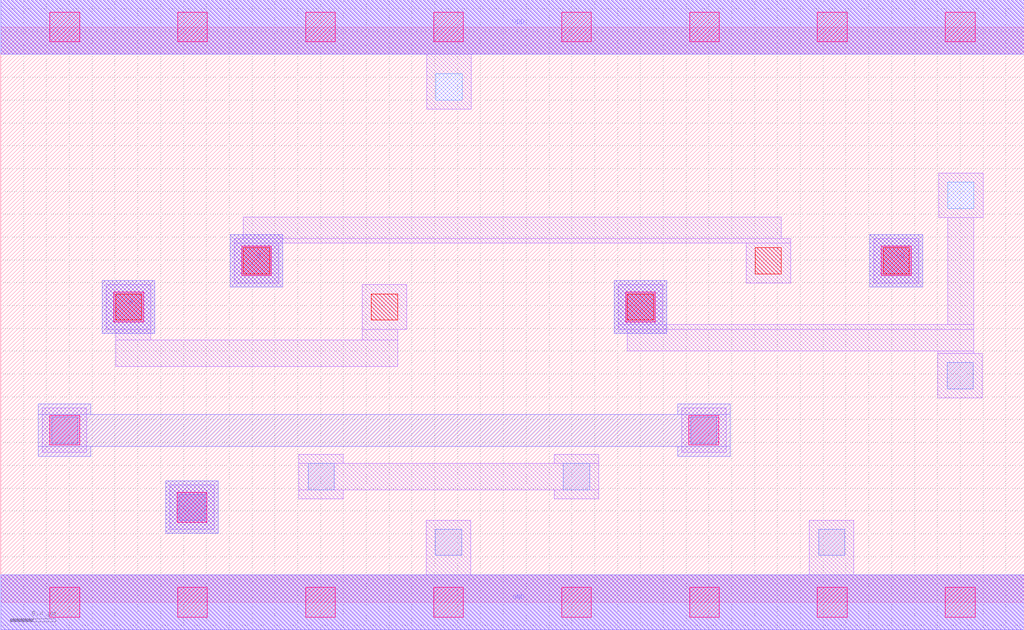
<source format=lef>
MACRO ASYNC3
 CLASS CORE ;
 FOREIGN ASYNC3 0 0 ;
 SIZE 8.96 BY 5.04 ;
 ORIGIN 0 0 ;
 SYMMETRY X Y R90 ;
 SITE unit ;
  PIN VDD
   DIRECTION INOUT ;
   USE POWER ;
   SHAPE ABUTMENT ;
    PORT
     CLASS CORE ;
       LAYER met1 ;
        RECT 0.00000000 4.80000000 8.96000000 5.28000000 ;
       LAYER met2 ;
        RECT 0.00000000 4.80000000 8.96000000 5.28000000 ;
    END
  END VDD

  PIN GND
   DIRECTION INOUT ;
   USE POWER ;
   SHAPE ABUTMENT ;
    PORT
     CLASS CORE ;
       LAYER met1 ;
        RECT 0.00000000 -0.24000000 8.96000000 0.24000000 ;
       LAYER met2 ;
        RECT 0.00000000 -0.24000000 8.96000000 0.24000000 ;
    END
  END GND

  PIN CN
   DIRECTION INOUT ;
   USE SIGNAL ;
   SHAPE ABUTMENT ;
    PORT
     CLASS CORE ;
       LAYER met2 ;
        RECT 1.44500000 0.60200000 1.90500000 1.06200000 ;
       LAYER met2 ;
        RECT 7.61000000 2.76200000 8.07000000 3.22200000 ;
    END
  END CN

  PIN C
   DIRECTION INOUT ;
   USE SIGNAL ;
   SHAPE ABUTMENT ;
    PORT
     CLASS CORE ;
       LAYER met2 ;
        RECT 5.37000000 2.35700000 5.83000000 2.81700000 ;
    END
  END C

  PIN A
   DIRECTION INOUT ;
   USE SIGNAL ;
   SHAPE ABUTMENT ;
    PORT
     CLASS CORE ;
       LAYER met2 ;
        RECT 0.89000000 2.35700000 1.35000000 2.81700000 ;
    END
  END A

  PIN B
   DIRECTION INOUT ;
   USE SIGNAL ;
   SHAPE ABUTMENT ;
    PORT
     CLASS CORE ;
       LAYER met2 ;
        RECT 2.01000000 2.76200000 2.47000000 3.22200000 ;
    END
  END B

 OBS
    LAYER polycont ;
     RECT 1.00500000 2.47200000 1.23500000 2.70200000 ;
     RECT 3.24500000 2.47200000 3.47500000 2.70200000 ;
     RECT 5.48500000 2.47200000 5.71500000 2.70200000 ;
     RECT 2.12500000 2.87700000 2.35500000 3.10700000 ;
     RECT 6.60500000 2.87700000 6.83500000 3.10700000 ;
     RECT 7.72500000 2.87700000 7.95500000 3.10700000 ;

    LAYER pdiffc ;
     RECT 8.29000000 3.45000000 8.52000000 3.68000000 ;
     RECT 3.81000000 4.40000000 4.04000000 4.63000000 ;

    LAYER ndiffc ;
     RECT 3.80500000 0.41000000 4.03500000 0.64000000 ;
     RECT 7.16000000 0.41000000 7.39000000 0.64000000 ;
     RECT 1.56000000 0.71700000 1.79000000 0.94700000 ;
     RECT 2.69000000 0.98700000 2.92000000 1.21700000 ;
     RECT 4.92500000 0.98700000 5.15500000 1.21700000 ;
     RECT 0.44500000 1.39200000 0.67500000 1.62200000 ;
     RECT 6.04000000 1.39200000 6.27000000 1.62200000 ;
     RECT 8.28500000 1.87000000 8.51500000 2.10000000 ;

    LAYER met1 ;
     RECT 0.00000000 -0.24000000 8.96000000 0.24000000 ;
     RECT 3.72500000 0.24000000 4.11500000 0.72000000 ;
     RECT 7.08000000 0.24000000 7.47000000 0.72000000 ;
     RECT 1.48000000 0.63700000 1.87000000 1.02700000 ;
     RECT 2.61000000 0.90700000 3.00000000 0.98700000 ;
     RECT 4.84500000 0.90700000 5.23500000 0.98700000 ;
     RECT 2.61000000 0.98700000 5.23500000 1.21700000 ;
     RECT 2.61000000 1.21700000 3.00000000 1.29700000 ;
     RECT 4.84500000 1.21700000 5.23500000 1.29700000 ;
     RECT 0.36500000 1.31200000 0.75500000 1.70200000 ;
     RECT 5.96000000 1.31200000 6.35000000 1.70200000 ;
     RECT 1.00500000 2.06700000 3.47500000 2.29700000 ;
     RECT 1.00500000 2.29700000 1.31500000 2.39200000 ;
     RECT 3.16500000 2.29700000 3.47500000 2.39200000 ;
     RECT 0.92500000 2.39200000 1.31500000 2.78200000 ;
     RECT 3.16500000 2.39200000 3.55500000 2.78200000 ;
     RECT 7.64500000 2.79700000 8.03500000 3.18700000 ;
     RECT 2.04500000 2.79700000 2.43500000 3.14700000 ;
     RECT 6.52500000 2.79700000 6.91500000 3.14700000 ;
     RECT 2.04500000 3.14700000 6.91500000 3.18700000 ;
     RECT 2.12500000 3.18700000 6.83500000 3.37700000 ;
     RECT 8.20500000 1.79000000 8.59500000 2.18000000 ;
     RECT 8.20500000 2.18000000 8.52000000 2.20200000 ;
     RECT 5.48500000 2.20200000 8.52000000 2.39200000 ;
     RECT 5.40500000 2.39200000 8.52000000 2.43200000 ;
     RECT 5.40500000 2.43200000 5.79500000 2.78200000 ;
     RECT 8.29000000 2.43200000 8.52000000 3.37000000 ;
     RECT 8.21000000 3.37000000 8.60000000 3.76000000 ;
     RECT 3.73000000 4.32000000 4.12000000 4.80000000 ;
     RECT 0.00000000 4.80000000 8.96000000 5.28000000 ;

    LAYER via1 ;
     RECT 0.43000000 -0.13000000 0.69000000 0.13000000 ;
     RECT 1.55000000 -0.13000000 1.81000000 0.13000000 ;
     RECT 2.67000000 -0.13000000 2.93000000 0.13000000 ;
     RECT 3.79000000 -0.13000000 4.05000000 0.13000000 ;
     RECT 4.91000000 -0.13000000 5.17000000 0.13000000 ;
     RECT 6.03000000 -0.13000000 6.29000000 0.13000000 ;
     RECT 7.15000000 -0.13000000 7.41000000 0.13000000 ;
     RECT 8.27000000 -0.13000000 8.53000000 0.13000000 ;
     RECT 1.54500000 0.70200000 1.80500000 0.96200000 ;
     RECT 0.43000000 1.37700000 0.69000000 1.63700000 ;
     RECT 6.02500000 1.37700000 6.28500000 1.63700000 ;
     RECT 0.99000000 2.45700000 1.25000000 2.71700000 ;
     RECT 5.47000000 2.45700000 5.73000000 2.71700000 ;
     RECT 2.11000000 2.86200000 2.37000000 3.12200000 ;
     RECT 7.71000000 2.86200000 7.97000000 3.12200000 ;
     RECT 0.43000000 4.91000000 0.69000000 5.17000000 ;
     RECT 1.55000000 4.91000000 1.81000000 5.17000000 ;
     RECT 2.67000000 4.91000000 2.93000000 5.17000000 ;
     RECT 3.79000000 4.91000000 4.05000000 5.17000000 ;
     RECT 4.91000000 4.91000000 5.17000000 5.17000000 ;
     RECT 6.03000000 4.91000000 6.29000000 5.17000000 ;
     RECT 7.15000000 4.91000000 7.41000000 5.17000000 ;
     RECT 8.27000000 4.91000000 8.53000000 5.17000000 ;

    LAYER met2 ;
     RECT 0.00000000 -0.24000000 8.96000000 0.24000000 ;
     RECT 1.44500000 0.60200000 1.90500000 1.06200000 ;
     RECT 0.33000000 1.27700000 0.79000000 1.36700000 ;
     RECT 5.92500000 1.27700000 6.38500000 1.36700000 ;
     RECT 0.33000000 1.36700000 6.38500000 1.64700000 ;
     RECT 0.33000000 1.64700000 0.79000000 1.73700000 ;
     RECT 5.92500000 1.64700000 6.38500000 1.73700000 ;
     RECT 0.89000000 2.35700000 1.35000000 2.81700000 ;
     RECT 5.37000000 2.35700000 5.83000000 2.81700000 ;
     RECT 2.01000000 2.76200000 2.47000000 3.22200000 ;
     RECT 7.61000000 2.76200000 8.07000000 3.22200000 ;
     RECT 0.00000000 4.80000000 8.96000000 5.28000000 ;

 END
END ASYNC3

</source>
